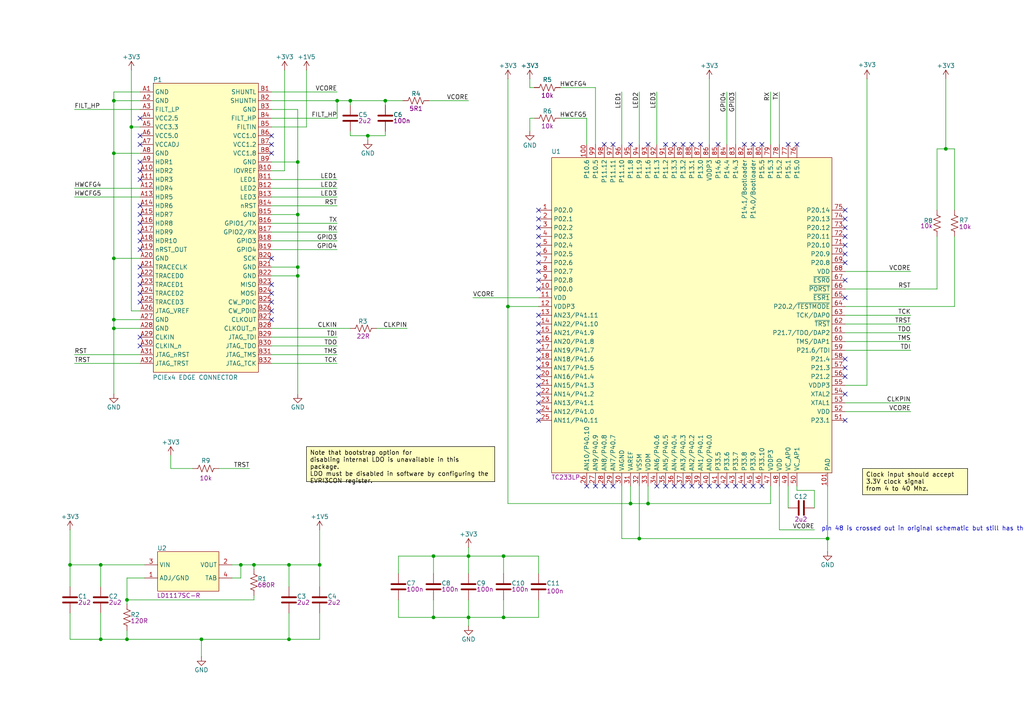
<source format=kicad_sch>
(kicad_sch (version 20231120) (generator "eeschema") (generator_version "8.0")
  (paper "A4")
  (junction (at 33.02 95.25))
  (junction (at 36.83 173.99))
  (junction (at 146.05 161.29))
  (junction (at 101.6 29.21))
  (junction (at 135.89 161.29))
  (junction (at 73.66 163.83))
  (junction (at 20.32 163.83))
  (junction (at 83.82 185.42))
  (junction (at 187.96 146.05))
  (junction (at 274.32 43.18))
  (junction (at 106.68 39.37))
  (junction (at 86.36 46.99))
  (junction (at 36.83 185.42))
  (junction (at 86.36 80.01))
  (junction (at 240.03 156.21))
  (junction (at 69.85 163.83))
  (junction (at 29.21 185.42))
  (junction (at 38.1 36.83))
  (junction (at 86.36 62.23))
  (junction (at 97.79 29.21))
  (junction (at 83.82 163.83))
  (junction (at 33.02 29.21))
  (junction (at 125.73 161.29))
  (junction (at 135.89 179.07))
  (junction (at 33.02 44.45))
  (junction (at 125.73 179.07))
  (junction (at 182.88 146.05))
  (junction (at 33.02 92.71))
  (junction (at 111.76 29.21))
  (junction (at 29.21 163.83))
  (junction (at 147.32 88.9))
  (junction (at 33.02 74.93))
  (junction (at 146.05 179.07))
  (junction (at 86.36 77.47))
  (junction (at 185.42 156.21))
  (junction (at 58.42 185.42))
  (junction (at 92.71 163.83))
  (no_connect (at 245.11 86.36))
  (no_connect (at 245.11 63.5))
  (no_connect (at 40.64 82.55))
  (no_connect (at 170.18 140.97))
  (no_connect (at 210.82 140.97))
  (no_connect (at 245.11 66.04))
  (no_connect (at 220.98 140.97))
  (no_connect (at 156.21 96.52))
  (no_connect (at 215.9 41.91))
  (no_connect (at 245.11 71.12))
  (no_connect (at 245.11 121.92))
  (no_connect (at 245.11 114.3))
  (no_connect (at 40.64 49.53))
  (no_connect (at 195.58 140.97))
  (no_connect (at 40.64 72.39))
  (no_connect (at 156.21 106.68))
  (no_connect (at 156.21 101.6))
  (no_connect (at 156.21 60.96))
  (no_connect (at 177.8 140.97))
  (no_connect (at 213.36 140.97))
  (no_connect (at 182.88 41.91))
  (no_connect (at 78.74 92.71))
  (no_connect (at 40.64 85.09))
  (no_connect (at 40.64 69.85))
  (no_connect (at 245.11 60.96))
  (no_connect (at 156.21 81.28))
  (no_connect (at 175.26 140.97))
  (no_connect (at 40.64 100.33))
  (no_connect (at 78.74 85.09))
  (no_connect (at 215.9 140.97))
  (no_connect (at 40.64 77.47))
  (no_connect (at 220.98 41.91))
  (no_connect (at 245.11 104.14))
  (no_connect (at 156.21 83.82))
  (no_connect (at 156.21 66.04))
  (no_connect (at 198.12 41.91))
  (no_connect (at 203.2 41.91))
  (no_connect (at 228.6 41.91))
  (no_connect (at 156.21 91.44))
  (no_connect (at 193.04 140.97))
  (no_connect (at 193.04 41.91))
  (no_connect (at 78.74 82.55))
  (no_connect (at 156.21 109.22))
  (no_connect (at 195.58 41.91))
  (no_connect (at 203.2 140.97))
  (no_connect (at 156.21 99.06))
  (no_connect (at 40.64 39.37))
  (no_connect (at 208.28 140.97))
  (no_connect (at 187.96 41.91))
  (no_connect (at 40.64 52.07))
  (no_connect (at 40.64 97.79))
  (no_connect (at 40.64 41.91))
  (no_connect (at 190.5 140.97))
  (no_connect (at 231.14 41.91))
  (no_connect (at 245.11 109.22))
  (no_connect (at 78.74 74.93))
  (no_connect (at 172.72 140.97))
  (no_connect (at 245.11 76.2))
  (no_connect (at 156.21 119.38))
  (no_connect (at 78.74 41.91))
  (no_connect (at 245.11 81.28))
  (no_connect (at 156.21 76.2))
  (no_connect (at 245.11 73.66))
  (no_connect (at 218.44 41.91))
  (no_connect (at 205.74 140.97))
  (no_connect (at 78.74 44.45))
  (no_connect (at 175.26 41.91))
  (no_connect (at 40.64 62.23))
  (no_connect (at 218.44 140.97))
  (no_connect (at 156.21 93.98))
  (no_connect (at 156.21 73.66))
  (no_connect (at 40.64 80.01))
  (no_connect (at 208.28 41.91))
  (no_connect (at 40.64 64.77))
  (no_connect (at 200.66 140.97))
  (no_connect (at 40.64 59.69))
  (no_connect (at 177.8 41.91))
  (no_connect (at 156.21 114.3))
  (no_connect (at 78.74 39.37))
  (no_connect (at 156.21 78.74))
  (no_connect (at 245.11 68.58))
  (no_connect (at 156.21 63.5))
  (no_connect (at 78.74 87.63))
  (no_connect (at 40.64 46.99))
  (no_connect (at 156.21 116.84))
  (no_connect (at 200.66 41.91))
  (no_connect (at 245.11 106.68))
  (no_connect (at 40.64 87.63))
  (no_connect (at 156.21 68.58))
  (no_connect (at 156.21 104.14))
  (no_connect (at 156.21 121.92))
  (no_connect (at 40.64 34.29))
  (no_connect (at 198.12 140.97))
  (no_connect (at 78.74 90.17))
  (no_connect (at 156.21 111.76))
  (no_connect (at 156.21 71.12))
  (no_connect (at 40.64 67.31))
  (wire (pts (xy 115.57 173.99) (xy 115.57 179.07)))
  (wire (pts (xy 73.66 163.83) (xy 83.82 163.83)))
  (wire (pts (xy 29.21 163.83) (xy 29.21 170.18)))
  (wire (pts (xy 78.74 105.41) (xy 97.79 105.41)))
  (wire (pts (xy 245.11 88.9) (xy 276.86 88.9)))
  (wire (pts (xy 180.34 140.97) (xy 180.34 156.21)))
  (wire (pts (xy 146.05 179.07) (xy 156.21 179.07)))
  (wire (pts (xy 78.74 46.99) (xy 86.36 46.99)))
  (wire (pts (xy 245.11 96.52) (xy 264.16 96.52)))
  (wire (pts (xy 154.94 25.4) (xy 153.67 25.4)))
  (wire (pts (xy 67.31 167.64) (xy 69.85 167.64)))
  (wire (pts (xy 33.02 95.25) (xy 40.64 95.25)))
  (wire (pts (xy 135.89 179.07) (xy 135.89 173.99)))
  (wire (pts (xy 49.53 132.08) (xy 49.53 135.89)))
  (wire (pts (xy 78.74 97.79) (xy 97.79 97.79)))
  (wire (pts (xy 33.02 95.25) (xy 33.02 114.3)))
  (wire (pts (xy 78.74 67.31) (xy 97.79 67.31)))
  (wire (pts (xy 236.22 142.24) (xy 236.22 147.32)))
  (wire (pts (xy 172.72 25.4) (xy 172.72 41.91)))
  (wire (pts (xy 276.86 43.18) (xy 276.86 60.96)))
  (wire (pts (xy 38.1 36.83) (xy 38.1 90.17)))
  (wire (pts (xy 78.74 72.39) (xy 97.79 72.39)))
  (wire (pts (xy 92.71 185.42) (xy 92.71 177.8)))
  (wire (pts (xy 33.02 29.21) (xy 40.64 29.21)))
  (wire (pts (xy 40.64 36.83) (xy 38.1 36.83)))
  (wire (pts (xy 78.74 69.85) (xy 97.79 69.85)))
  (wire (pts (xy 182.88 146.05) (xy 147.32 146.05)))
  (wire (pts (xy 146.05 161.29) (xy 156.21 161.29)))
  (wire (pts (xy 125.73 161.29) (xy 125.73 166.37)))
  (wire (pts (xy 162.56 25.4) (xy 172.72 25.4)))
  (wire (pts (xy 29.21 185.42) (xy 36.83 185.42)))
  (wire (pts (xy 88.9 20.32) (xy 88.9 36.83)))
  (wire (pts (xy 147.32 88.9) (xy 156.21 88.9)))
  (wire (pts (xy 146.05 179.07) (xy 146.05 173.99)))
  (wire (pts (xy 78.74 80.01) (xy 86.36 80.01)))
  (wire (pts (xy 78.74 36.83) (xy 88.9 36.83)))
  (wire (pts (xy 97.79 29.21) (xy 101.6 29.21)))
  (wire (pts (xy 78.74 100.33) (xy 97.79 100.33)))
  (wire (pts (xy 125.73 161.29) (xy 135.89 161.29)))
  (wire (pts (xy 92.71 163.83) (xy 92.71 153.67)))
  (wire (pts (xy 101.6 29.21) (xy 111.76 29.21)))
  (wire (pts (xy 41.91 167.64) (xy 36.83 167.64)))
  (wire (pts (xy 223.52 140.97) (xy 223.52 146.05)))
  (wire (pts (xy 78.74 62.23) (xy 86.36 62.23)))
  (wire (pts (xy 124.46 29.21) (xy 135.89 29.21)))
  (wire (pts (xy 58.42 185.42) (xy 83.82 185.42)))
  (wire (pts (xy 111.76 39.37) (xy 111.76 38.1)))
  (wire (pts (xy 33.02 74.93) (xy 33.02 92.71)))
  (wire (pts (xy 78.74 57.15) (xy 97.79 57.15)))
  (wire (pts (xy 73.66 163.83) (xy 73.66 165.1)))
  (wire (pts (xy 101.6 39.37) (xy 106.68 39.37)))
  (wire (pts (xy 187.96 140.97) (xy 187.96 146.05)))
  (wire (pts (xy 101.6 29.21) (xy 101.6 30.48)))
  (wire (pts (xy 135.89 161.29) (xy 146.05 161.29)))
  (wire (pts (xy 109.22 95.25) (xy 118.11 95.25)))
  (wire (pts (xy 245.11 91.44) (xy 264.16 91.44)))
  (wire (pts (xy 73.66 172.72) (xy 73.66 173.99)))
  (wire (pts (xy 33.02 92.71) (xy 40.64 92.71)))
  (wire (pts (xy 78.74 34.29) (xy 97.79 34.29)))
  (wire (pts (xy 153.67 22.86) (xy 153.67 25.4)))
  (wire (pts (xy 33.02 29.21) (xy 33.02 44.45)))
  (wire (pts (xy 38.1 20.32) (xy 38.1 36.83)))
  (wire (pts (xy 86.36 31.75) (xy 86.36 46.99)))
  (wire (pts (xy 111.76 29.21) (xy 116.84 29.21)))
  (wire (pts (xy 67.31 163.83) (xy 69.85 163.83)))
  (wire (pts (xy 205.74 22.86) (xy 205.74 41.91)))
  (wire (pts (xy 226.06 26.67) (xy 226.06 41.91)))
  (wire (pts (xy 180.34 156.21) (xy 185.42 156.21)))
  (wire (pts (xy 63.5 135.89) (xy 72.39 135.89)))
  (wire (pts (xy 78.74 29.21) (xy 97.79 29.21)))
  (wire (pts (xy 106.68 39.37) (xy 111.76 39.37)))
  (wire (pts (xy 21.59 31.75) (xy 40.64 31.75)))
  (wire (pts (xy 78.74 77.47) (xy 86.36 77.47)))
  (wire (pts (xy 20.32 177.8) (xy 20.32 185.42)))
  (wire (pts (xy 170.18 41.91) (xy 170.18 34.29)))
  (wire (pts (xy 21.59 105.41) (xy 40.64 105.41)))
  (wire (pts (xy 245.11 111.76) (xy 251.46 111.76)))
  (wire (pts (xy 226.06 140.97) (xy 226.06 153.67)))
  (wire (pts (xy 58.42 185.42) (xy 58.42 190.5)))
  (wire (pts (xy 115.57 179.07) (xy 125.73 179.07)))
  (wire (pts (xy 36.83 173.99) (xy 73.66 173.99)))
  (wire (pts (xy 69.85 163.83) (xy 73.66 163.83)))
  (wire (pts (xy 271.78 60.96) (xy 271.78 43.18)))
  (wire (pts (xy 78.74 102.87) (xy 97.79 102.87)))
  (wire (pts (xy 78.74 52.07) (xy 97.79 52.07)))
  (wire (pts (xy 245.11 101.6) (xy 264.16 101.6)))
  (wire (pts (xy 33.02 74.93) (xy 40.64 74.93)))
  (wire (pts (xy 170.18 34.29) (xy 162.56 34.29)))
  (wire (pts (xy 111.76 29.21) (xy 111.76 30.48)))
  (wire (pts (xy 210.82 26.67) (xy 210.82 41.91)))
  (wire (pts (xy 101.6 38.1) (xy 101.6 39.37)))
  (wire (pts (xy 33.02 92.71) (xy 33.02 95.25)))
  (wire (pts (xy 154.94 34.29) (xy 153.67 34.29)))
  (wire (pts (xy 240.03 160.02) (xy 240.03 156.21)))
  (wire (pts (xy 83.82 163.83) (xy 92.71 163.83)))
  (wire (pts (xy 86.36 80.01) (xy 86.36 114.3)))
  (wire (pts (xy 185.42 26.67) (xy 185.42 41.91)))
  (wire (pts (xy 20.32 163.83) (xy 20.32 153.67)))
  (wire (pts (xy 146.05 161.29) (xy 146.05 166.37)))
  (wire (pts (xy 83.82 163.83) (xy 83.82 170.18)))
  (wire (pts (xy 92.71 163.83) (xy 92.71 170.18)))
  (wire (pts (xy 226.06 153.67) (xy 236.22 153.67)))
  (wire (pts (xy 228.6 140.97) (xy 228.6 147.32)))
  (wire (pts (xy 223.52 26.67) (xy 223.52 41.91)))
  (wire (pts (xy 78.74 95.25) (xy 101.6 95.25)))
  (wire (pts (xy 33.02 26.67) (xy 40.64 26.67)))
  (wire (pts (xy 231.14 140.97) (xy 231.14 142.24)))
  (wire (pts (xy 245.11 93.98) (xy 264.16 93.98)))
  (wire (pts (xy 78.74 49.53) (xy 82.55 49.53)))
  (wire (pts (xy 147.32 146.05) (xy 147.32 88.9)))
  (wire (pts (xy 78.74 31.75) (xy 86.36 31.75)))
  (wire (pts (xy 190.5 26.67) (xy 190.5 41.91)))
  (wire (pts (xy 245.11 83.82) (xy 271.78 83.82)))
  (wire (pts (xy 182.88 140.97) (xy 182.88 146.05)))
  (wire (pts (xy 82.55 20.32) (xy 82.55 49.53)))
  (wire (pts (xy 135.89 179.07) (xy 135.89 181.61)))
  (wire (pts (xy 153.67 34.29) (xy 153.67 38.1)))
  (wire (pts (xy 231.14 142.24) (xy 236.22 142.24)))
  (wire (pts (xy 40.64 90.17) (xy 38.1 90.17)))
  (wire (pts (xy 78.74 59.69) (xy 97.79 59.69)))
  (wire (pts (xy 33.02 44.45) (xy 33.02 74.93)))
  (wire (pts (xy 115.57 166.37) (xy 115.57 161.29)))
  (wire (pts (xy 245.11 78.74) (xy 264.16 78.74)))
  (wire (pts (xy 274.32 22.86) (xy 274.32 43.18)))
  (wire (pts (xy 106.68 39.37) (xy 106.68 40.64)))
  (wire (pts (xy 86.36 62.23) (xy 86.36 77.47)))
  (wire (pts (xy 36.83 173.99) (xy 36.83 175.26)))
  (wire (pts (xy 21.59 57.15) (xy 40.64 57.15)))
  (wire (pts (xy 274.32 43.18) (xy 276.86 43.18)))
  (wire (pts (xy 36.83 185.42) (xy 58.42 185.42)))
  (wire (pts (xy 245.11 119.38) (xy 264.16 119.38)))
  (wire (pts (xy 135.89 179.07) (xy 146.05 179.07)))
  (wire (pts (xy 276.86 68.58) (xy 276.86 88.9)))
  (wire (pts (xy 271.78 83.82) (xy 271.78 68.58)))
  (wire (pts (xy 33.02 26.67) (xy 33.02 29.21)))
  (wire (pts (xy 180.34 26.67) (xy 180.34 41.91)))
  (wire (pts (xy 21.59 102.87) (xy 40.64 102.87)))
  (wire (pts (xy 78.74 64.77) (xy 97.79 64.77)))
  (wire (pts (xy 115.57 161.29) (xy 125.73 161.29)))
  (wire (pts (xy 271.78 43.18) (xy 274.32 43.18)))
  (wire (pts (xy 245.11 99.06) (xy 264.16 99.06)))
  (wire (pts (xy 36.83 182.88) (xy 36.83 185.42)))
  (wire (pts (xy 83.82 185.42) (xy 92.71 185.42)))
  (wire (pts (xy 185.42 140.97) (xy 185.42 156.21)))
  (wire (pts (xy 135.89 161.29) (xy 135.89 166.37)))
  (wire (pts (xy 55.88 135.89) (xy 49.53 135.89)))
  (wire (pts (xy 156.21 179.07) (xy 156.21 173.99)))
  (wire (pts (xy 187.96 146.05) (xy 182.88 146.05)))
  (wire (pts (xy 78.74 54.61) (xy 97.79 54.61)))
  (wire (pts (xy 240.03 156.21) (xy 240.03 140.97)))
  (wire (pts (xy 21.59 54.61) (xy 40.64 54.61)))
  (wire (pts (xy 135.89 158.75) (xy 135.89 161.29)))
  (wire (pts (xy 33.02 44.45) (xy 40.64 44.45)))
  (wire (pts (xy 20.32 163.83) (xy 20.32 170.18)))
  (wire (pts (xy 137.16 86.36) (xy 156.21 86.36)))
  (wire (pts (xy 97.79 34.29) (xy 97.79 29.21)))
  (wire (pts (xy 29.21 177.8) (xy 29.21 185.42)))
  (wire (pts (xy 29.21 163.83) (xy 20.32 163.83)))
  (wire (pts (xy 41.91 163.83) (xy 29.21 163.83)))
  (wire (pts (xy 78.74 26.67) (xy 97.79 26.67)))
  (wire (pts (xy 245.11 116.84) (xy 264.16 116.84)))
  (wire (pts (xy 36.83 167.64) (xy 36.83 173.99)))
  (wire (pts (xy 83.82 185.42) (xy 83.82 177.8)))
  (wire (pts (xy 86.36 77.47) (xy 86.36 80.01)))
  (wire (pts (xy 69.85 167.64) (xy 69.85 163.83)))
  (wire (pts (xy 125.73 179.07) (xy 125.73 173.99)))
  (wire (pts (xy 125.73 179.07) (xy 135.89 179.07)))
  (wire (pts (xy 156.21 161.29) (xy 156.21 166.37)))
  (wire (pts (xy 223.52 146.05) (xy 187.96 146.05)))
  (wire (pts (xy 213.36 26.67) (xy 213.36 41.91)))
  (wire (pts (xy 86.36 46.99) (xy 86.36 62.23)))
  (wire (pts (xy 185.42 156.21) (xy 240.03 156.21)))
  (wire (pts (xy 251.46 22.86) (xy 251.46 111.76)))
  (wire (pts (xy 147.32 22.86) (xy 147.32 88.9)))
  (wire (pts (xy 20.32 185.42) (xy 29.21 185.42)))
  (text_box "Clock input should accept \n3.3V clock signal \nfrom 4 to 40 Mhz." (at 250.19 135.89 0) (size 30.48 7.62) (stroke (width 0) (color 0 0 0 1)) (fill (type color) (color 255 255 194 1)) (effects (font (size 1.27 1.27)) (justify left top)))
  (text_box "Note that bootstrap option for\ndisabling internal LDO is unavailable in this package.\nLDO must be disabled in software by configuring the EVRI3CON register." (at 88.9 129.54 0) (size 54.61 10.16) (stroke (width 0) (color 0 0 0 1)) (fill (type color) (color 255 255 194 1)) (effects (font (size 1.27 1.27)) (justify left top)))
  (text "pin 48 is crossed out in original schematic but still has the net label what to do\n" (at 278.638 153.416 0) (effects (font (size 1.27 1.27))))
  (label "CLKPIN" (at 264.16 116.84 180))
  (label "VCORE" (at 97.79 26.67 180))
  (label "GPIO4" (at 97.79 72.39 180))
  (label "GPIO4" (at 210.82 26.67 270))
  (label "TX" (at 226.06 26.67 270))
  (label "RX" (at 97.79 67.31 180))
  (label "LED3" (at 190.5 26.67 270))
  (label "LED2" (at 97.79 54.61 180))
  (label "GPIO3" (at 97.79 69.85 180))
  (label "LED1" (at 97.79 52.07 180))
  (label "TX" (at 97.79 64.77 180))
  (label "RX" (at 223.52 26.67 270))
  (label "VCORE" (at 236.22 153.67 180))
  (label "TRST" (at 264.16 93.98 180))
  (label "TDO" (at 264.16 96.52 180))
  (label "HWCFG4" (at 21.59 54.61 0))
  (label "HWCFG4" (at 170.18 25.4 180))
  (label "TMS" (at 97.79 102.87 180))
  (label "TDI" (at 97.79 97.79 180))
  (label "TCK" (at 264.16 91.44 180))
  (label "FILT_HP" (at 21.59 31.75 0))
  (label "TRST" (at 72.39 135.89 180))
  (label "CLKIN" (at 97.79 95.25 180))
  (label "FILT_HP" (at 97.79 34.29 180))
  (label "TRST" (at 21.59 105.41 0))
  (label "LED3" (at 97.79 57.15 180))
  (label "VCORE" (at 137.16 86.36 0))
  (label "RST" (at 21.59 102.87 0))
  (label "VCORE" (at 135.89 29.21 180))
  (label "VCORE" (at 264.16 119.38 180))
  (label "VCORE" (at 264.16 78.74 180))
  (label "HWCFG5" (at 170.18 34.29 180))
  (label "RST" (at 97.79 59.69 180))
  (label "TCK" (at 97.79 105.41 180))
  (label "HWCFG5" (at 21.59 57.15 0))
  (label "RST" (at 264.16 83.82 180))
  (label "TMS" (at 264.16 99.06 180))
  (label "LED1" (at 180.34 26.67 270))
  (label "CLKPIN" (at 118.11 95.25 180))
  (label "TDO" (at 97.79 100.33 180))
  (label "LED2" (at 185.42 26.67 270))
  (label "TDI" (at 264.16 101.6 180))
  (label "GPIO3" (at 213.36 26.67 270))
  (symbol (lib_id "tutorial_2_library:CW312T-Template") (at 59.69 26.67 0) (unit 1) (in_bom no)
    (property "Reference" "P1" (at 45.72 23.114 0))
    (property "Value" "PCIEx4 EDGE CONNECTOR" (at 56.642 109.474 0))
    (property "Footprint" "tutorial_2_library:CW312_Template" (effects (hide yes)))
    (property "Description" "BOARD AND EDGE CONNECTOR TEMPLATE FOR CW312 TARGETS" (effects (hide yes)))
  )
  (symbol (lib_id "Silkscreen_Symbols:Pb_Free") (at -17.78 160.02 0) (unit 1) (in_bom no)
    (property "Reference" "PCB2" (at -15.24 158.7499 0) (effects (justify left)))
    (property "Value" "Pb_Free Symbol" (at -15.24 161.2899 0) (effects (justify left)))
    (property "Footprint" "Silkscrren_Symbols:Pb_Free_8.0x8.0mm_SilkScreen" (effects (hide yes)))
  )
  (symbol (lib_id "0603_Yageo_Res:RES_10k_0603") (at 276.86 64.77 90) (unit 1)
    (property "Reference" "R7" (at 279.527 63.881 90))
    (property "Value" "RES_10k_0603" (effects (hide yes)))
    (property "Footprint" "Resistor_SMD:R_0603_1608Metric" (effects (hide yes)))
    (property "Datasheet" "https://www.yageo.com/upload/media/product/products/datasheet/rchip/PYu-RC_Group_51_RoHS_L_12.pdf" (effects (hide yes)))
    (property "Description" "RES 10K OHM 1% 1/10W 0603" (effects (hide yes)))
    (property "Display Value" "10k" (at 279.908 65.786 90))
    (property "Manufacturer" "YAGEO" (effects (hide yes)))
    (property "Manufacturer Part Number" "RC0603FR-0710KL" (effects (hide yes)))
    (property "Supplier 1" "DigiKey" (effects (hide yes)))
    (property "Supplier 1 Part Number" "311-10.0KHRCT-ND" (effects (hide yes)))
    (property "Supplier 2" "no_data" (effects (hide yes)))
    (property "Supplier 2 Part Number" "no_data" (effects (hide yes)))
  )
  (symbol (lib_id "0603_Yageo_Res:RES_10k_0603") (at 59.69 135.89 0) (unit 1)
    (property "Reference" "R9" (at 59.69 133.604 0))
    (property "Value" "RES_10k_0603" (effects (hide yes)))
    (property "Footprint" "Resistor_SMD:R_0603_1608Metric" (effects (hide yes)))
    (property "Datasheet" "https://www.yageo.com/upload/media/product/products/datasheet/rchip/PYu-RC_Group_51_RoHS_L_12.pdf" (effects (hide yes)))
    (property "Description" "RES 10K OHM 1% 1/10W 0603" (effects (hide yes)))
    (property "Display Value" "10k" (at 59.69 138.684 0))
    (property "Manufacturer" "YAGEO" (effects (hide yes)))
    (property "Manufacturer Part Number" "RC0603FR-0710KL" (effects (hide yes)))
    (property "Supplier 1" "DigiKey" (effects (hide yes)))
    (property "Supplier 1 Part Number" "311-10.0KHRCT-ND" (effects (hide yes)))
    (property "Supplier 2" "no_data" (effects (hide yes)))
    (property "Supplier 2 Part Number" "no_data" (effects (hide yes)))
  )
  (symbol (lib_id "power:+3V3") (at 147.32 22.86 0) (mirror y) (unit 1)
    (property "Reference" "#PWR014" (effects (hide yes)))
    (property "Value" "+3V3" (at 147.32 19.05 0))
    (property "Description" "Power symbol creates a global label with name \"+3V3\"" (effects (hide yes)))
  )
  (symbol (lib_id "power:+3V3") (at 251.46 22.86 0) (unit 1)
    (property "Reference" "#PWR016" (effects (hide yes)))
    (property "Value" "+3V3" (at 251.46 18.796 0))
    (property "Description" "Power symbol creates a global label with name \"+3V3\"" (effects (hide yes)))
  )
  (symbol (lib_id "power:+3V3") (at 205.74 22.86 0) (unit 1)
    (property "Reference" "#PWR018" (effects (hide yes)))
    (property "Value" "+3V3" (at 205.74 19.05 0))
    (property "Description" "Power symbol creates a global label with name \"+3V3\"" (effects (hide yes)))
  )
  (symbol (lib_id "power:GND") (at 240.03 160.02 0) (unit 1)
    (property "Reference" "#PWR017" (effects (hide yes)))
    (property "Value" "GND" (at 240.03 163.83 0))
    (property "Description" "Power symbol creates a global label with name \"GND\" , ground" (effects (hide yes)))
  )
  (symbol (lib_id "tutorial_2_library:TC233LP32F200NACKXUMA1") (at 200.66 91.44 0) (unit 1)
    (property "Reference" "U1" (at 161.29 43.942 0))
    (property "Value" "TC233LP32F200NACKXUMA1" (effects (hide yes)))
    (property "Footprint" "Package_QFP:TQFP-100-1EP_14x14mm_P0.5mm_EP5x5mm" (effects (hide yes)))
    (property "Datasheet" "https://www.infineon.com/dgdl/Infineon-TC23xAC_DS-DS-v01_00-EN.pdf?fileId=5546d462694c98b401695316f3d103ee" (effects (hide yes)))
    (property "Description" "IC MCU 32BIT 2MB FLASH 100TQFP" (effects (hide yes)))
    (property "Display Value" "TC233LP" (at 164.084 138.43 0))
    (property "Manufacturer" "Infineon Technologies" (effects (hide yes)))
    (property "Manufacturer Part Number" "TC233LP32F200NACKXUMA1" (effects (hide yes)))
    (property "Supplier 1" "DigiKey" (effects (hide yes)))
    (property "Supplier 1 Part Number" "TC233LP32F200NACKXUMA1CT-ND" (effects (hide yes)))
  )
  (symbol (lib_id "nae_caps:CAP_100n_50V_0603") (at 156.21 170.18 90) (unit 1)
    (property "Reference" "C11" (at 158.496 169.164 90) (effects (justify right)))
    (property "Value" "CAP_100n_50V_0603" (effects (hide yes)))
    (property "Footprint" "Capacitor_SMD:C_0603_1608Metric" (effects (hide yes)))
    (property "Datasheet" "https://www.yageo.com/upload/media/product/productsearch/datasheet/mlcc/UPY-GPHC_X7R_6.3V-to-250V_24.pdf" (effects (hide yes)))
    (property "Description" "CAP CER 0.1UF 50V X7R 0603" (effects (hide yes)))
    (property "Display Value" "100n" (at 158.496 171.45 90) (effects (justify right)))
    (property "Manufacturer" "YAGEO" (effects (hide yes)))
    (property "Manufacturer Part Number" "CC0603KRX7R9BB104" (effects (hide yes)))
    (property "Supplier 1" "DigiKey" (effects (hide yes)))
    (property "Supplier 1 Part Number" "311-1344-1-ND" (effects (hide yes)))
    (property "Supplier 2" "no_data" (effects (hide yes)))
    (property "Supplier 2 Part Number" "no_data" (effects (hide yes)))
  )
  (symbol (lib_id "nae_caps:CAP_2u2_10V_0603") (at 29.21 173.99 90) (unit 1)
    (property "Reference" "C2" (at 31.496 172.974 90) (effects (justify right)))
    (property "Value" "CAP_2u2_10V_0603" (effects (hide yes)))
    (property "Footprint" "Capacitor_SMD:C_0603_1608Metric" (effects (hide yes)))
    (property "Datasheet" "https://www.yageo.com/upload/media/product/productsearch/datasheet/mlcc/UPY-GPHC_X7R_6.3V-to-250V_24.pdf" (effects (hide yes)))
    (property "Description" "CAP CER 2.2UF 10V X7R 0603" (effects (hide yes)))
    (property "Display Value" "2u2" (at 31.496 174.752 90) (effects (justify right)))
    (property "Manufacturer" "YAGEO" (effects (hide yes)))
    (property "Manufacturer Part Number" "CC0603KPX7R6BB225" (effects (hide yes)))
    (property "Supplier 1" "DigiKey" (effects (hide yes)))
    (property "Supplier 1 Part Number" "13-CC0603KPX7R6BB225CT-ND" (effects (hide yes)))
    (property "Supplier 2" "no_data" (effects (hide yes)))
    (property "Supplier 2 Part Number" "no_data" (effects (hide yes)))
  )
  (symbol (lib_id "Silkscreen_Symbols:UKCA") (at -17.78 165.1 0) (unit 1) (in_bom no)
    (property "Reference" "PCB3" (at -15.24 163.8299 0) (effects (justify left)))
    (property "Value" "UKCA symbol" (at -15.24 166.3699 0) (effects (justify left)))
    (property "Footprint" "Silkscrren_Symbols:UKCA-Logo_8x8mm_SilkScreen" (effects (hide yes)))
  )
  (symbol (lib_id "power:+3V3") (at 38.1 20.32 0) (unit 1)
    (property "Reference" "#PWR04" (effects (hide yes)))
    (property "Value" "+3V3" (at 38.1 16.51 0))
    (property "Description" "Power symbol creates a global label with name \"+3V3\"" (effects (hide yes)))
  )
  (symbol (lib_id "Silkscreen_Symbols:WEEE") (at -17.78 170.18 0) (unit 1) (in_bom no)
    (property "Reference" "PCB4" (at -15.24 168.9099 0) (effects (justify left)))
    (property "Value" "WEEE SYMBOL" (at -15.24 171.4499 0) (effects (justify left)))
    (property "Footprint" "Silkscrren_Symbols:WEEE-Logo_5.6x8mm_SilkScreen" (effects (hide yes)))
  )
  (symbol (lib_id "0603_Yageo_Res:RES_5R1_0603") (at 120.65 29.21 0) (unit 1)
    (property "Reference" "R4" (at 120.65 27.178 0))
    (property "Value" "RES_5R1_0603" (effects (hide yes)))
    (property "Footprint" "Resistor_SMD:R_0603_1608Metric" (effects (hide yes)))
    (property "Datasheet" "https://www.yageo.com/upload/media/product/products/datasheet/rchip/PYu-RC_Group_51_RoHS_L_12.pdf" (effects (hide yes)))
    (property "Description" "RES 5.1 OHM 1% 1/10W 0603" (effects (hide yes)))
    (property "Display Value" "5R1" (at 120.65 31.496 0))
    (property "Manufacturer" "YAGEO" (effects (hide yes)))
    (property "Manufacturer Part Number" "RC0603FR-075R1L" (effects (hide yes)))
    (property "Supplier 1" "DigiKey" (effects (hide yes)))
    (property "Supplier 1 Part Number" "YAG3372CT-ND" (effects (hide yes)))
    (property "Supplier 2" "no_data" (effects (hide yes)))
    (property "Supplier 2 Part Number" "no_data" (effects (hide yes)))
  )
  (symbol (lib_id "Silkscreen_Symbols:CE_Free") (at -17.78 154.94 0) (unit 1) (in_bom no)
    (property "Reference" "PCB1" (at -15.24 154.178 0) (effects (justify left)))
    (property "Value" "CE Symbol" (at -15.24 156.2099 0) (effects (justify left)))
    (property "Footprint" "Silkscrren_Symbols:CE-Logo_8.5x6mm_SilkScreen" (effects (hide yes)))
  )
  (symbol (lib_id "power:+3V3") (at 82.55 20.32 0) (unit 1)
    (property "Reference" "#PWR05" (effects (hide yes)))
    (property "Value" "+3V3" (at 82.55 16.51 0))
    (property "Description" "Power symbol creates a global label with name \"+3V3\"" (effects (hide yes)))
  )
  (symbol (lib_id "0603_Yageo_Res:RES_10k_0603") (at 271.78 64.77 90) (unit 1)
    (property "Reference" "R8" (at 269.24 64.008 90))
    (property "Value" "RES_10k_0603" (effects (hide yes)))
    (property "Footprint" "Resistor_SMD:R_0603_1608Metric" (effects (hide yes)))
    (property "Datasheet" "https://www.yageo.com/upload/media/product/products/datasheet/rchip/PYu-RC_Group_51_RoHS_L_12.pdf" (effects (hide yes)))
    (property "Description" "RES 10K OHM 1% 1/10W 0603" (effects (hide yes)))
    (property "Display Value" "10k" (at 268.732 65.532 90))
    (property "Manufacturer" "YAGEO" (effects (hide yes)))
    (property "Manufacturer Part Number" "RC0603FR-0710KL" (effects (hide yes)))
    (property "Supplier 1" "DigiKey" (effects (hide yes)))
    (property "Supplier 1 Part Number" "311-10.0KHRCT-ND" (effects (hide yes)))
    (property "Supplier 2" "no_data" (effects (hide yes)))
    (property "Supplier 2 Part Number" "no_data" (effects (hide yes)))
  )
  (symbol (lib_id "power:+3V3") (at 49.53 132.08 0) (unit 1)
    (property "Reference" "#PWR011" (effects (hide yes)))
    (property "Value" "+3V3" (at 49.53 128.27 0))
    (property "Description" "Power symbol creates a global label with name \"+3V3\"" (effects (hide yes)))
  )
  (symbol (lib_id "nae_caps:CAP_2u2_10V_0603") (at 232.41 147.32 0) (unit 1)
    (property "Reference" "C12" (at 234.188 144.018 0) (effects (justify right)))
    (property "Value" "CAP_2u2_10V_0603" (effects (hide yes)))
    (property "Footprint" "Capacitor_SMD:C_0603_1608Metric" (effects (hide yes)))
    (property "Datasheet" "https://www.yageo.com/upload/media/product/productsearch/datasheet/mlcc/UPY-GPHC_X7R_6.3V-to-250V_24.pdf" (effects (hide yes)))
    (property "Description" "CAP CER 2.2UF 10V X7R 0603" (effects (hide yes)))
    (property "Display Value" "2u2" (at 234.188 150.622 0) (effects (justify right)))
    (property "Manufacturer" "YAGEO" (effects (hide yes)))
    (property "Manufacturer Part Number" "CC0603KPX7R6BB225" (effects (hide yes)))
    (property "Supplier 1" "DigiKey" (effects (hide yes)))
    (property "Supplier 1 Part Number" "13-CC0603KPX7R6BB225CT-ND" (effects (hide yes)))
    (property "Supplier 2" "no_data" (effects (hide yes)))
    (property "Supplier 2 Part Number" "no_data" (effects (hide yes)))
  )
  (symbol (lib_id "0603_Yageo_Res:RES_10k_0603") (at 158.75 34.29 0) (unit 1)
    (property "Reference" "R6" (at 158.75 32.258 0))
    (property "Value" "RES_10k_0603" (effects (hide yes)))
    (property "Footprint" "Resistor_SMD:R_0603_1608Metric" (effects (hide yes)))
    (property "Datasheet" "https://www.yageo.com/upload/media/product/products/datasheet/rchip/PYu-RC_Group_51_RoHS_L_12.pdf" (effects (hide yes)))
    (property "Description" "RES 10K OHM 1% 1/10W 0603" (effects (hide yes)))
    (property "Display Value" "10k" (at 158.75 36.576 0))
    (property "Manufacturer" "YAGEO" (effects (hide yes)))
    (property "Manufacturer Part Number" "RC0603FR-0710KL" (effects (hide yes)))
    (property "Supplier 1" "DigiKey" (effects (hide yes)))
    (property "Supplier 1 Part Number" "311-10.0KHRCT-ND" (effects (hide yes)))
    (property "Supplier 2" "no_data" (effects (hide yes)))
    (property "Supplier 2 Part Number" "no_data" (effects (hide yes)))
  )
  (symbol (lib_id "0603_Yageo_Res:RES_680R_0603") (at 73.66 168.91 90) (unit 1)
    (property "Reference" "R1" (at 74.676 167.894 90) (effects (justify right)))
    (property "Value" "RES_680R_0603" (effects (hide yes)))
    (property "Footprint" "Resistor_SMD:R_0603_1608Metric" (effects (hide yes)))
    (property "Datasheet" "https://www.yageo.com/upload/media/product/products/datasheet/rchip/PYu-RC_Group_51_RoHS_L_12.pdf" (effects (hide yes)))
    (property "Description" "RES 680 OHM 1% 1/10W 0603" (effects (hide yes)))
    (property "Display Value" "680R" (at 74.676 169.672 90) (effects (justify right)))
    (property "Manufacturer" "YAGEO" (effects (hide yes)))
    (property "Manufacturer Part Number" "RC0603FR-07680RL" (effects (hide yes)))
    (property "Supplier 1" "DigiKey" (effects (hide yes)))
    (property "Supplier 1 Part Number" "311-680HRCT-ND" (effects (hide yes)))
    (property "Supplier 2" "no_data" (effects (hide yes)))
    (property "Supplier 2 Part Number" "no_data" (effects (hide yes)))
  )
  (symbol (lib_id "power:+3V3") (at 274.32 22.86 0) (unit 1)
    (property "Reference" "#PWR015" (effects (hide yes)))
    (property "Value" "+3V3" (at 274.32 19.05 0))
    (property "Description" "Power symbol creates a global label with name \"+3V3\"" (effects (hide yes)))
  )
  (symbol (lib_id "nae_caps:CAP_2u2_10V_0603") (at 83.82 173.99 90) (unit 1)
    (property "Reference" "C3" (at 86.106 172.974 90) (effects (justify right)))
    (property "Value" "CAP_2u2_10V_0603" (effects (hide yes)))
    (property "Footprint" "Capacitor_SMD:C_0603_1608Metric" (effects (hide yes)))
    (property "Datasheet" "https://www.yageo.com/upload/media/product/productsearch/datasheet/mlcc/UPY-GPHC_X7R_6.3V-to-250V_24.pdf" (effects (hide yes)))
    (property "Description" "CAP CER 2.2UF 10V X7R 0603" (effects (hide yes)))
    (property "Display Value" "2u2" (at 86.106 174.752 90) (effects (justify right)))
    (property "Manufacturer" "YAGEO" (effects (hide yes)))
    (property "Manufacturer Part Number" "CC0603KPX7R6BB225" (effects (hide yes)))
    (property "Supplier 1" "DigiKey" (effects (hide yes)))
    (property "Supplier 1 Part Number" "13-CC0603KPX7R6BB225CT-ND" (effects (hide yes)))
    (property "Supplier 2" "no_data" (effects (hide yes)))
    (property "Supplier 2 Part Number" "no_data" (effects (hide yes)))
  )
  (symbol (lib_id "power:+3V3") (at 135.89 158.75 0) (unit 1)
    (property "Reference" "#PWR012" (effects (hide yes)))
    (property "Value" "+3V3" (at 135.89 154.94 0))
    (property "Description" "Power symbol creates a global label with name \"+3V3\"" (effects (hide yes)))
  )
  (symbol (lib_id "nae_caps:CAP_100n_50V_0603") (at 146.05 170.18 90) (unit 1)
    (property "Reference" "C10" (at 148.336 169.164 90) (effects (justify right)))
    (property "Value" "CAP_100n_50V_0603" (effects (hide yes)))
    (property "Footprint" "Capacitor_SMD:C_0603_1608Metric" (effects (hide yes)))
    (property "Datasheet" "https://www.yageo.com/upload/media/product/productsearch/datasheet/mlcc/UPY-GPHC_X7R_6.3V-to-250V_24.pdf" (effects (hide yes)))
    (property "Description" "CAP CER 0.1UF 50V X7R 0603" (effects (hide yes)))
    (property "Display Value" "100n" (at 148.336 170.942 90) (effects (justify right)))
    (property "Manufacturer" "YAGEO" (effects (hide yes)))
    (property "Manufacturer Part Number" "CC0603KRX7R9BB104" (effects (hide yes)))
    (property "Supplier 1" "DigiKey" (effects (hide yes)))
    (property "Supplier 1 Part Number" "311-1344-1-ND" (effects (hide yes)))
    (property "Supplier 2" "no_data" (effects (hide yes)))
    (property "Supplier 2 Part Number" "no_data" (effects (hide yes)))
  )
  (symbol (lib_id "0603_Yageo_Res:RES_120R_0603") (at 36.83 179.07 90) (unit 1)
    (property "Reference" "R2" (at 37.846 178.308 90) (effects (justify right)))
    (property "Value" "RES_120R_0603" (effects (hide yes)))
    (property "Footprint" "Resistor_SMD:R_0603_1608Metric" (effects (hide yes)))
    (property "Datasheet" "https://www.yageo.com/upload/media/product/products/datasheet/rchip/PYu-RC_Group_51_RoHS_L_12.pdf" (effects (hide yes)))
    (property "Description" "RES 120 OHM 1% 1/10W 0603" (effects (hide yes)))
    (property "Display Value" "120R" (at 37.846 180.086 90) (effects (justify right)))
    (property "Manufacturer" "YAGEO" (effects (hide yes)))
    (property "Manufacturer Part Number" "RC0603FR-07120RL" (effects (hide yes)))
    (property "Supplier 1" "DigiKey" (effects (hide yes)))
    (property "Supplier 1 Part Number" "311-120HRCT-ND" (effects (hide yes)))
    (property "Supplier 2" "no_data" (effects (hide yes)))
    (property "Supplier 2 Part Number" "no_data" (effects (hide yes)))
  )
  (symbol (lib_id "tutorial_2_library:LD1117SC-R") (at 54.61 165.1 0) (unit 1)
    (property "Reference" "U2" (at 46.99 159.004 0))
    (property "Value" "LD1117SC-R" (effects (hide yes)))
    (property "Footprint" "Package_TO_SOT_SMD:SOT-223" (effects (hide yes)))
    (property "Datasheet" "https://www.st.com/content/ccc/resource/technical/document/datasheet/99/3b/7d/91/91/51/4b/be/CD00000544.pdf/files/CD00000544.pdf/jcr:content/translations/en.CD00000544.pdf" (effects (hide yes)))
    (property "Description" "IC REG LIN POS ADJ 800MA SOT223" (effects (hide yes)))
    (property "Display Value" "LD1117SC-R" (at 51.816 172.72 0))
    (property "Manufacturer" "STMicroelectronics" (effects (hide yes)))
    (property "Manufacturer Part Number" "LD1117SC-R" (effects (hide yes)))
    (property "Supplier 1" "DigiKey" (effects (hide yes)))
    (property "Supplier 1 Part Number" "497-4241-1-ND" (effects (hide yes)))
  )
  (symbol (lib_id "nae_caps:CAP_100n_50V_0603") (at 125.73 170.18 90) (unit 1)
    (property "Reference" "C8" (at 128.016 169.164 90) (effects (justify right)))
    (property "Value" "CAP_100n_50V_0603" (effects (hide yes)))
    (property "Footprint" "Capacitor_SMD:C_0603_1608Metric" (effects (hide yes)))
    (property "Datasheet" "https://www.yageo.com/upload/media/product/productsearch/datasheet/mlcc/UPY-GPHC_X7R_6.3V-to-250V_24.pdf" (effects (hide yes)))
    (property "Description" "CAP CER 0.1UF 50V X7R 0603" (effects (hide yes)))
    (property "Display Value" "100n" (at 128.016 170.942 90) (effects (justify right)))
    (property "Manufacturer" "YAGEO" (effects (hide yes)))
    (property "Manufacturer Part Number" "CC0603KRX7R9BB104" (effects (hide yes)))
    (property "Supplier 1" "DigiKey" (effects (hide yes)))
    (property "Supplier 1 Part Number" "311-1344-1-ND" (effects (hide yes)))
    (property "Supplier 2" "no_data" (effects (hide yes)))
    (property "Supplier 2 Part Number" "no_data" (effects (hide yes)))
  )
  (symbol (lib_id "nae_caps:CAP_2u2_10V_0603") (at 92.71 173.99 90) (unit 1)
    (property "Reference" "C4" (at 94.996 172.974 90) (effects (justify right)))
    (property "Value" "CAP_2u2_10V_0603" (effects (hide yes)))
    (property "Footprint" "Capacitor_SMD:C_0603_1608Metric" (effects (hide yes)))
    (property "Datasheet" "https://www.yageo.com/upload/media/product/productsearch/datasheet/mlcc/UPY-GPHC_X7R_6.3V-to-250V_24.pdf" (effects (hide yes)))
    (property "Description" "CAP CER 2.2UF 10V X7R 0603" (effects (hide yes)))
    (property "Display Value" "2u2" (at 94.996 174.752 90) (effects (justify right)))
    (property "Manufacturer" "YAGEO" (effects (hide yes)))
    (property "Manufacturer Part Number" "CC0603KPX7R6BB225" (effects (hide yes)))
    (property "Supplier 1" "DigiKey" (effects (hide yes)))
    (property "Supplier 1 Part Number" "13-CC0603KPX7R6BB225CT-ND" (effects (hide yes)))
    (property "Supplier 2" "no_data" (effects (hide yes)))
    (property "Supplier 2 Part Number" "no_data" (effects (hide yes)))
  )
  (symbol (lib_id "nae_caps:CAP_2u2_10V_0603") (at 20.32 173.99 90) (unit 1)
    (property "Reference" "C1" (at 22.606 172.974 90) (effects (justify right)))
    (property "Value" "CAP_2u2_10V_0603" (effects (hide yes)))
    (property "Footprint" "Capacitor_SMD:C_0603_1608Metric" (effects (hide yes)))
    (property "Datasheet" "https://www.yageo.com/upload/media/product/productsearch/datasheet/mlcc/UPY-GPHC_X7R_6.3V-to-250V_24.pdf" (effects (hide yes)))
    (property "Description" "CAP CER 2.2UF 10V X7R 0603" (effects (hide yes)))
    (property "Display Value" "2u2" (at 22.606 174.752 90) (effects (justify right)))
    (property "Manufacturer" "YAGEO" (effects (hide yes)))
    (property "Manufacturer Part Number" "CC0603KPX7R6BB225" (effects (hide yes)))
    (property "Supplier 1" "DigiKey" (effects (hide yes)))
    (property "Supplier 1 Part Number" "13-CC0603KPX7R6BB225CT-ND" (effects (hide yes)))
    (property "Supplier 2" "no_data" (effects (hide yes)))
    (property "Supplier 2 Part Number" "no_data" (effects (hide yes)))
  )
  (symbol (lib_id "nae_caps:CAP_100n_50V_0603") (at 115.57 170.18 90) (unit 1)
    (property "Reference" "C7" (at 117.856 169.164 90) (effects (justify right)))
    (property "Value" "CAP_100n_50V_0603" (effects (hide yes)))
    (property "Footprint" "Capacitor_SMD:C_0603_1608Metric" (effects (hide yes)))
    (property "Datasheet" "https://www.yageo.com/upload/media/product/productsearch/datasheet/mlcc/UPY-GPHC_X7R_6.3V-to-250V_24.pdf" (effects (hide yes)))
    (property "Description" "CAP CER 0.1UF 50V X7R 0603" (effects (hide yes)))
    (property "Display Value" "100n" (at 117.856 170.942 90) (effects (justify right)))
    (property "Manufacturer" "YAGEO" (effects (hide yes)))
    (property "Manufacturer Part Number" "CC0603KRX7R9BB104" (effects (hide yes)))
    (property "Supplier 1" "DigiKey" (effects (hide yes)))
    (property "Supplier 1 Part Number" "311-1344-1-ND" (effects (hide yes)))
    (property "Supplier 2" "no_data" (effects (hide yes)))
    (property "Supplier 2 Part Number" "no_data" (effects (hide yes)))
  )
  (symbol (lib_id "nae_caps:CAP_2u2_10V_0603") (at 101.6 34.29 90) (unit 1)
    (property "Reference" "C5" (at 103.886 33.274 90) (effects (justify right)))
    (property "Value" "CAP_2u2_10V_0603" (effects (hide yes)))
    (property "Footprint" "Capacitor_SMD:C_0603_1608Metric" (effects (hide yes)))
    (property "Datasheet" "https://www.yageo.com/upload/media/product/productsearch/datasheet/mlcc/UPY-GPHC_X7R_6.3V-to-250V_24.pdf" (effects (hide yes)))
    (property "Description" "CAP CER 2.2UF 10V X7R 0603" (effects (hide yes)))
    (property "Display Value" "2u2" (at 103.886 35.052 90) (effects (justify right)))
    (property "Manufacturer" "YAGEO" (effects (hide yes)))
    (property "Manufacturer Part Number" "CC0603KPX7R6BB225" (effects (hide yes)))
    (property "Supplier 1" "DigiKey" (effects (hide yes)))
    (property "Supplier 1 Part Number" "13-CC0603KPX7R6BB225CT-ND" (effects (hide yes)))
    (property "Supplier 2" "no_data" (effects (hide yes)))
    (property "Supplier 2 Part Number" "no_data" (effects (hide yes)))
  )
  (symbol (lib_id "power:GND") (at 33.02 114.3 0) (unit 1)
    (property "Reference" "#PWR02" (effects (hide yes)))
    (property "Value" "GND" (at 33.02 118.11 0))
    (property "Description" "Power symbol creates a global label with name \"GND\" , ground" (effects (hide yes)))
  )
  (symbol (lib_id "power:GND") (at 58.42 190.5 0) (unit 1)
    (property "Reference" "#PWR010" (effects (hide yes)))
    (property "Value" "GND" (at 58.42 194.31 0))
    (property "Description" "Power symbol creates a global label with name \"GND\" , ground" (effects (hide yes)))
  )
  (symbol (lib_id "power:+1V5") (at 92.71 153.67 0) (unit 1)
    (property "Reference" "#PWR09" (effects (hide yes)))
    (property "Value" "+1V5" (at 92.71 149.86 0))
    (property "Description" "Power symbol creates a global label with name \"+1V5\"" (effects (hide yes)))
  )
  (symbol (lib_id "0603_Yageo_Res:RES_22R_0603") (at 105.41 95.25 180) (unit 1)
    (property "Reference" "R3" (at 103.886 93.218 0) (effects (justify right)))
    (property "Value" "RES_22R_0603" (effects (hide yes)))
    (property "Footprint" "Resistor_SMD:R_0603_1608Metric" (effects (hide yes)))
    (property "Datasheet" "https://www.yageo.com/upload/media/product/products/datasheet/rchip/PYu-RC_Group_51_RoHS_L_12.pdf" (effects (hide yes)))
    (property "Description" "RES 22 OHM 1% 1/10W 0603" (effects (hide yes)))
    (property "Display Value" "22R" (at 103.378 97.536 0) (effects (justify right)))
    (property "Manufacturer" "YAGEO" (effects (hide yes)))
    (property "Manufacturer Part Number" "RC0603FR-0722RL" (effects (hide yes)))
    (property "Supplier 1" "DigiKey" (effects (hide yes)))
    (property "Supplier 1 Part Number" "311-22.0HRCT-ND" (effects (hide yes)))
    (property "Supplier 2" "no_data" (effects (hide yes)))
    (property "Supplier 2 Part Number" "no_data" (effects (hide yes)))
  )
  (symbol (lib_id "power:+1V5") (at 88.9 20.32 0) (unit 1)
    (property "Reference" "#PWR03" (effects (hide yes)))
    (property "Value" "+1V5" (at 88.9 16.51 0))
    (property "Description" "Power symbol creates a global label with name \"+1V5\"" (effects (hide yes)))
  )
  (symbol (lib_id "power:+3V3") (at 20.32 153.67 0) (unit 1)
    (property "Reference" "#PWR08" (effects (hide yes)))
    (property "Value" "+3V3" (at 20.32 149.86 0))
    (property "Description" "Power symbol creates a global label with name \"+3V3\"" (effects (hide yes)))
  )
  (symbol (lib_id "power:GND") (at 135.89 181.61 0) (unit 1)
    (property "Reference" "#PWR013" (effects (hide yes)))
    (property "Value" "GND" (at 135.89 185.42 0))
    (property "Description" "Power symbol creates a global label with name \"GND\" , ground" (effects (hide yes)))
  )
  (symbol (lib_id "power:GND") (at 106.68 40.64 0) (unit 1)
    (property "Reference" "#PWR06" (effects (hide yes)))
    (property "Value" "GND" (at 106.68 44.45 0))
    (property "Description" "Power symbol creates a global label with name \"GND\" , ground" (effects (hide yes)))
  )
  (symbol (lib_id "nae_caps:CAP_100n_50V_0603") (at 111.76 34.29 90) (unit 1)
    (property "Reference" "C6" (at 114.046 33.274 90) (effects (justify right)))
    (property "Value" "CAP_100n_50V_0603" (effects (hide yes)))
    (property "Footprint" "Capacitor_SMD:C_0603_1608Metric" (effects (hide yes)))
    (property "Datasheet" "https://www.yageo.com/upload/media/product/productsearch/datasheet/mlcc/UPY-GPHC_X7R_6.3V-to-250V_24.pdf" (effects (hide yes)))
    (property "Description" "CAP CER 0.1UF 50V X7R 0603" (effects (hide yes)))
    (property "Display Value" "100n" (at 114.046 35.052 90) (effects (justify right)))
    (property "Manufacturer" "YAGEO" (effects (hide yes)))
    (property "Manufacturer Part Number" "CC0603KRX7R9BB104" (effects (hide yes)))
    (property "Supplier 1" "DigiKey" (effects (hide yes)))
    (property "Supplier 1 Part Number" "311-1344-1-ND" (effects (hide yes)))
    (property "Supplier 2" "no_data" (effects (hide yes)))
    (property "Supplier 2 Part Number" "no_data" (effects (hide yes)))
  )
  (symbol (lib_id "power:+3V3") (at 153.67 22.86 0) (mirror y) (unit 1)
    (property "Reference" "#PWR020" (effects (hide yes)))
    (property "Value" "+3V3" (at 153.67 19.05 0))
    (property "Description" "Power symbol creates a global label with name \"+3V3\"" (effects (hide yes)))
  )
  (symbol (lib_id "nae_caps:CAP_100n_50V_0603") (at 135.89 170.18 90) (unit 1)
    (property "Reference" "C9" (at 138.176 169.164 90) (effects (justify right)))
    (property "Value" "CAP_100n_50V_0603" (effects (hide yes)))
    (property "Footprint" "Capacitor_SMD:C_0603_1608Metric" (effects (hide yes)))
    (property "Datasheet" "https://www.yageo.com/upload/media/product/productsearch/datasheet/mlcc/UPY-GPHC_X7R_6.3V-to-250V_24.pdf" (effects (hide yes)))
    (property "Description" "CAP CER 0.1UF 50V X7R 0603" (effects (hide yes)))
    (property "Display Value" "100n" (at 138.176 170.942 90) (effects (justify right)))
    (property "Manufacturer" "YAGEO" (effects (hide yes)))
    (property "Manufacturer Part Number" "CC0603KRX7R9BB104" (effects (hide yes)))
    (property "Supplier 1" "DigiKey" (effects (hide yes)))
    (property "Supplier 1 Part Number" "311-1344-1-ND" (effects (hide yes)))
    (property "Supplier 2" "no_data" (effects (hide yes)))
    (property "Supplier 2 Part Number" "no_data" (effects (hide yes)))
  )
  (symbol (lib_id "0603_Yageo_Res:RES_10k_0603") (at 158.75 25.4 0) (unit 1)
    (property "Reference" "R5" (at 158.75 23.114 0))
    (property "Value" "RES_10k_0603" (effects (hide yes)))
    (property "Footprint" "Resistor_SMD:R_0603_1608Metric" (effects (hide yes)))
    (property "Datasheet" "https://www.yageo.com/upload/media/product/products/datasheet/rchip/PYu-RC_Group_51_RoHS_L_12.pdf" (effects (hide yes)))
    (property "Description" "RES 10K OHM 1% 1/10W 0603" (effects (hide yes)))
    (property "Display Value" "10k" (at 158.75 27.686 0))
    (property "Manufacturer" "YAGEO" (effects (hide yes)))
    (property "Manufacturer Part Number" "RC0603FR-0710KL" (effects (hide yes)))
    (property "Supplier 1" "DigiKey" (effects (hide yes)))
    (property "Supplier 1 Part Number" "311-10.0KHRCT-ND" (effects (hide yes)))
    (property "Supplier 2" "no_data" (effects (hide yes)))
    (property "Supplier 2 Part Number" "no_data" (effects (hide yes)))
  )
  (symbol (lib_id "power:GND") (at 86.36 114.3 0) (unit 1)
    (property "Reference" "#PWR01" (effects (hide yes)))
    (property "Value" "GND" (at 86.36 118.11 0))
    (property "Description" "Power symbol creates a global label with name \"GND\" , ground" (effects (hide yes)))
  )
  (symbol (lib_id "power:GND") (at 153.67 38.1 0) (unit 1)
    (property "Reference" "#PWR019" (effects (hide yes)))
    (property "Value" "GND" (at 153.67 42.164 0))
    (property "Description" "Power symbol creates a global label with name \"GND\" , ground" (effects (hide yes)))
  )
)
</source>
